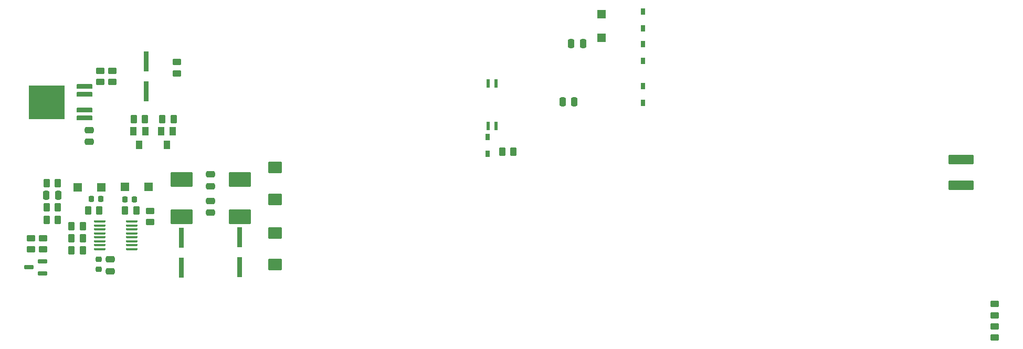
<source format=gbr>
%TF.GenerationSoftware,KiCad,Pcbnew,7.0.10-7.0.10~ubuntu22.04.1*%
%TF.CreationDate,2024-01-02T16:00:03+01:00*%
%TF.ProjectId,EEZ DIB AUX-PS,45455a20-4449-4422-9041-55582d50532e,r3B7*%
%TF.SameCoordinates,Original*%
%TF.FileFunction,Paste,Top*%
%TF.FilePolarity,Positive*%
%FSLAX46Y46*%
G04 Gerber Fmt 4.6, Leading zero omitted, Abs format (unit mm)*
G04 Created by KiCad (PCBNEW 7.0.10-7.0.10~ubuntu22.04.1) date 2024-01-02 16:00:03*
%MOMM*%
%LPD*%
G01*
G04 APERTURE LIST*
G04 Aperture macros list*
%AMRoundRect*
0 Rectangle with rounded corners*
0 $1 Rounding radius*
0 $2 $3 $4 $5 $6 $7 $8 $9 X,Y pos of 4 corners*
0 Add a 4 corners polygon primitive as box body*
4,1,4,$2,$3,$4,$5,$6,$7,$8,$9,$2,$3,0*
0 Add four circle primitives for the rounded corners*
1,1,$1+$1,$2,$3*
1,1,$1+$1,$4,$5*
1,1,$1+$1,$6,$7*
1,1,$1+$1,$8,$9*
0 Add four rect primitives between the rounded corners*
20,1,$1+$1,$2,$3,$4,$5,0*
20,1,$1+$1,$4,$5,$6,$7,0*
20,1,$1+$1,$6,$7,$8,$9,0*
20,1,$1+$1,$8,$9,$2,$3,0*%
G04 Aperture macros list end*
%ADD10RoundRect,0.250000X0.450000X-0.262500X0.450000X0.262500X-0.450000X0.262500X-0.450000X-0.262500X0*%
%ADD11RoundRect,0.050800X0.449200X0.649200X-0.449200X0.649200X-0.449200X-0.649200X0.449200X-0.649200X0*%
%ADD12RoundRect,0.225000X-0.225000X-0.250000X0.225000X-0.250000X0.225000X0.250000X-0.225000X0.250000X0*%
%ADD13RoundRect,0.250000X0.262500X0.450000X-0.262500X0.450000X-0.262500X-0.450000X0.262500X-0.450000X0*%
%ADD14RoundRect,0.250000X-0.450000X0.262500X-0.450000X-0.262500X0.450000X-0.262500X0.450000X0.262500X0*%
%ADD15RoundRect,0.250000X-0.250000X-0.475000X0.250000X-0.475000X0.250000X0.475000X-0.250000X0.475000X0*%
%ADD16RoundRect,0.050800X-0.649200X-0.649200X0.649200X-0.649200X0.649200X0.649200X-0.649200X0.649200X0*%
%ADD17RoundRect,0.050800X-1.699200X-1.099200X1.699200X-1.099200X1.699200X1.099200X-1.699200X1.099200X0*%
%ADD18R,0.762000X1.092200*%
%ADD19RoundRect,0.050800X-1.049200X0.849200X-1.049200X-0.849200X1.049200X-0.849200X1.049200X0.849200X0*%
%ADD20RoundRect,0.050800X-0.330200X1.574800X-0.330200X-1.574800X0.330200X-1.574800X0.330200X1.574800X0*%
%ADD21RoundRect,0.050800X0.850900X0.127000X-0.850900X0.127000X-0.850900X-0.127000X0.850900X-0.127000X0*%
%ADD22RoundRect,0.050800X-0.649200X0.649200X-0.649200X-0.649200X0.649200X-0.649200X0.649200X0.649200X0*%
%ADD23RoundRect,0.250000X-0.475000X0.250000X-0.475000X-0.250000X0.475000X-0.250000X0.475000X0.250000X0*%
%ADD24RoundRect,0.050800X0.649200X0.649200X-0.649200X0.649200X-0.649200X-0.649200X0.649200X-0.649200X0*%
%ADD25RoundRect,0.250000X-0.262500X-0.450000X0.262500X-0.450000X0.262500X0.450000X-0.262500X0.450000X0*%
%ADD26RoundRect,0.039900X0.245100X-0.660100X0.245100X0.660100X-0.245100X0.660100X-0.245100X-0.660100X0*%
%ADD27RoundRect,0.225000X0.225000X0.250000X-0.225000X0.250000X-0.225000X-0.250000X0.225000X-0.250000X0*%
%ADD28RoundRect,0.225000X0.250000X-0.225000X0.250000X0.225000X-0.250000X0.225000X-0.250000X-0.225000X0*%
%ADD29RoundRect,0.060036X0.701964X0.270164X-0.701964X0.270164X-0.701964X-0.270164X0.701964X-0.270164X0*%
%ADD30RoundRect,0.250000X0.475000X-0.250000X0.475000X0.250000X-0.475000X0.250000X-0.475000X-0.250000X0*%
%ADD31RoundRect,0.050800X1.193800X-0.330200X1.193800X0.330200X-1.193800X0.330200X-1.193800X-0.330200X0*%
%ADD32RoundRect,0.050800X2.799200X-2.699200X2.799200X2.699200X-2.799200X2.699200X-2.799200X-2.699200X0*%
%ADD33RoundRect,0.050800X-1.949200X-0.699200X1.949200X-0.699200X1.949200X0.699200X-1.949200X0.699200X0*%
G04 APERTURE END LIST*
D10*
%TO.C,R2*%
X233680000Y-131405000D03*
X233680000Y-129580000D03*
%TD*%
%TO.C,R1*%
X233680000Y-127825500D03*
X233680000Y-126000500D03*
%TD*%
D11*
%TO.C,Q2*%
X101130100Y-98089600D03*
X100180100Y-100289600D03*
X99230100Y-98089600D03*
%TD*%
D12*
%TO.C,C14*%
X93372600Y-109095600D03*
X94922600Y-109095600D03*
%TD*%
D13*
%TO.C,R13*%
X82614100Y-112397600D03*
X80789100Y-112397600D03*
%TD*%
D14*
%TO.C,R11*%
X97513100Y-110977100D03*
X97513100Y-112802100D03*
%TD*%
D15*
%TO.C,C18*%
X80751600Y-108460600D03*
X82651600Y-108460600D03*
%TD*%
D16*
%TO.C,ZD2*%
X89570600Y-107190600D03*
X85770600Y-107190600D03*
%TD*%
D15*
%TO.C,C19*%
X165397100Y-84013100D03*
X167297100Y-84013100D03*
%TD*%
D13*
%TO.C,R16*%
X82614100Y-106492100D03*
X80789100Y-106492100D03*
%TD*%
%TO.C,R5*%
X86614600Y-115382100D03*
X84789600Y-115382100D03*
%TD*%
D10*
%TO.C,R15*%
X89448600Y-90196100D03*
X89448600Y-88371100D03*
%TD*%
D17*
%TO.C,L1*%
X102529600Y-105905100D03*
X102529600Y-111905100D03*
%TD*%
D18*
%TO.C,D4*%
X176951600Y-78844200D03*
X176951600Y-81562000D03*
%TD*%
D19*
%TO.C,D1*%
X117642600Y-119646600D03*
X117642600Y-114546600D03*
%TD*%
D13*
%TO.C,R4*%
X101283100Y-96205100D03*
X99458100Y-96205100D03*
%TD*%
D10*
%TO.C,R14*%
X91417100Y-90196100D03*
X91417100Y-88371100D03*
%TD*%
D13*
%TO.C,R9*%
X89281600Y-110873600D03*
X87456600Y-110873600D03*
%TD*%
%TO.C,R12*%
X86614600Y-113413600D03*
X84789600Y-113413600D03*
%TD*%
D20*
%TO.C,C5*%
X111927600Y-115255100D03*
X111927600Y-120081100D03*
%TD*%
D10*
%TO.C,R10*%
X101831100Y-88799100D03*
X101831100Y-86974100D03*
%TD*%
D14*
%TO.C,R18*%
X80241100Y-115358600D03*
X80241100Y-117183600D03*
%TD*%
D21*
%TO.C,IC1*%
X94477800Y-117160100D03*
X94477800Y-116525100D03*
X94477800Y-115890100D03*
X94477800Y-115255100D03*
X94477800Y-114620100D03*
X94477800Y-113985100D03*
X94477800Y-113350100D03*
X94477800Y-112715100D03*
X89372400Y-112715100D03*
X89372400Y-113350100D03*
X89372400Y-113985100D03*
X89372400Y-114620100D03*
X89372400Y-115255100D03*
X89372400Y-115890100D03*
X89372400Y-116525100D03*
X89372400Y-117160100D03*
%TD*%
D13*
%TO.C,R6*%
X86614600Y-117350600D03*
X84789600Y-117350600D03*
%TD*%
D20*
%TO.C,C4*%
X102529600Y-115318600D03*
X102529600Y-120144600D03*
%TD*%
D22*
%TO.C,D6*%
X170284100Y-83055600D03*
X170284100Y-79255600D03*
%TD*%
D23*
%TO.C,C2*%
X107228600Y-105097600D03*
X107228600Y-106997600D03*
%TD*%
D14*
%TO.C,R19*%
X78272600Y-115358600D03*
X78272600Y-117183600D03*
%TD*%
D15*
%TO.C,C20*%
X164000100Y-93347600D03*
X165900100Y-93347600D03*
%TD*%
D24*
%TO.C,ZD3*%
X93454100Y-107127100D03*
X97254100Y-107127100D03*
%TD*%
D25*
%TO.C,R8*%
X93425600Y-110937100D03*
X95250600Y-110937100D03*
%TD*%
D26*
%TO.C,OK1*%
X151987250Y-97253000D03*
X153257250Y-97253000D03*
X153257250Y-90453000D03*
X151987250Y-90453000D03*
%TD*%
D20*
%TO.C,C17*%
X96878100Y-86870600D03*
X96878100Y-91696600D03*
%TD*%
D13*
%TO.C,R7*%
X156106500Y-101409500D03*
X154281500Y-101409500D03*
%TD*%
D27*
%TO.C,C15*%
X89525100Y-109032100D03*
X87975100Y-109032100D03*
%TD*%
D23*
%TO.C,C12*%
X87670600Y-97922100D03*
X87670600Y-99822100D03*
%TD*%
D28*
%TO.C,C13*%
X89194600Y-120348100D03*
X89194600Y-118798100D03*
%TD*%
D19*
%TO.C,D2*%
X117642600Y-109105600D03*
X117642600Y-104005600D03*
%TD*%
D13*
%TO.C,R3*%
X96647600Y-96205100D03*
X94822600Y-96205100D03*
%TD*%
D25*
%TO.C,R17*%
X80789100Y-110429100D03*
X82614100Y-110429100D03*
%TD*%
D23*
%TO.C,C1*%
X107228600Y-109352100D03*
X107228600Y-111252100D03*
%TD*%
D18*
%TO.C,D3*%
X176951600Y-93563500D03*
X176951600Y-90845700D03*
%TD*%
D11*
%TO.C,Q1*%
X96685100Y-98089600D03*
X95735100Y-100289600D03*
X94785100Y-98089600D03*
%TD*%
D29*
%TO.C,Q3*%
X80114100Y-121046300D03*
X80114100Y-119115900D03*
X77955100Y-120081100D03*
%TD*%
D30*
%TO.C,C16*%
X91036100Y-120713600D03*
X91036100Y-118813600D03*
%TD*%
D18*
%TO.C,ZD1*%
X176951600Y-84051200D03*
X176951600Y-86769000D03*
%TD*%
D31*
%TO.C,IC2*%
X86908600Y-96014600D03*
X86908600Y-94744600D03*
D32*
X80815100Y-93474600D03*
D31*
X86908600Y-92204600D03*
X86908600Y-90934600D03*
%TD*%
D18*
%TO.C,D5*%
X151892000Y-101752400D03*
X151892000Y-99034600D03*
%TD*%
D17*
%TO.C,L2*%
X111927600Y-105905100D03*
X111927600Y-111905100D03*
%TD*%
D33*
%TO.C,SAR1*%
X228259600Y-102677600D03*
X228259600Y-106877600D03*
%TD*%
M02*

</source>
